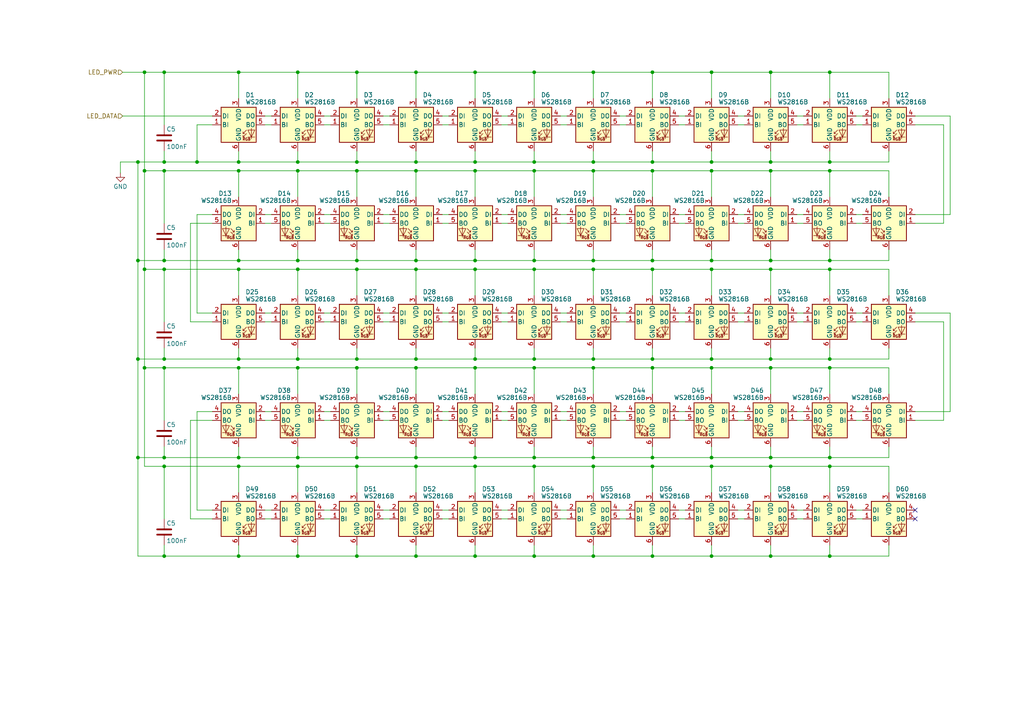
<source format=kicad_sch>
(kicad_sch (version 20230121) (generator eeschema)
  (paper "A4")
  (lib_symbols
    (symbol "Device:C" (pin_numbers hide) (pin_names (offset 0.254))
      (property "Reference" "C" (at 0.635 2.54 0))
      (property "Value" "C" (at 0.635 -2.54 0))
      (symbol "C_0_1"
        (polyline (pts (xy -2.032 -0.762) (xy 2.032 -0.762)) (stroke (width 0.508)))
        (polyline (pts (xy -2.032 0.762) (xy 2.032 0.762)) (stroke (width 0.508)))
      )
      (symbol "C_1_1"
        (pin passive line (at 0 3.81 270) (length 2.794) (name "~") (number "1"))
        (pin passive line (at 0 -3.81 90) (length 2.794) (name "~") (number "2"))
      )
    )
    (symbol "plan44:WS2816" (pin_names (offset 0.254))
      (property "Reference" "D" (at 5.08 5.715 0))
      (property "Value" "WS2816B" (at 1.27 -5.715 0))
      (symbol "WS2816_0_0"
        (text "RGB" (at 2.286 -4.191 0) (effects (font (size 0.762 0.762))))
      )
      (symbol "WS2816_0_1"
        (polyline (pts (xy 1.27 -3.556) (xy 1.778 -3.556)))
        (polyline (pts (xy 1.27 -2.54) (xy 1.778 -2.54)))
        (polyline (pts (xy 4.699 -3.556) (xy 2.667 -3.556)))
        (polyline (pts (xy 2.286 -2.54) (xy 1.27 -3.556) (xy 1.27 -3.048)))
        (polyline (pts (xy 2.286 -1.524) (xy 1.27 -2.54) (xy 1.27 -2.032)))
        (polyline (pts (xy 3.683 -1.016) (xy 3.683 -3.556) (xy 3.683 -4.064)))
        (polyline (pts (xy 4.699 -1.524) (xy 2.667 -1.524) (xy 3.683 -3.556) (xy 4.699 -1.524)))
        (rectangle (start 5.08 5.08) (end -5.08 -5.08) (stroke (width 0.254)) (fill (type background)))
      )
      (symbol "WS2816_1_1"
        (pin input line (at -7.62 0 0) (length 2.54) (name "BI") (number "1"))
        (pin input line (at -7.62 2.54 0) (length 2.54) (name "DI") (number "2"))
        (pin power_in line (at 0 7.62 270) (length 2.54) (name "VDD") (number "3"))
        (pin output line (at 7.62 2.54 180) (length 2.54) (name "DO") (number "4"))
        (pin output line (at 7.62 0 180) (length 2.54) (name "BO") (number "5"))
        (pin power_in line (at 0 -7.62 90) (length 2.54) (name "GND") (number "6"))
      )
    )
    (symbol "power:GND" (power) (pin_names (offset 0))
      (property "Value" "GND" (at 0 -3.81 0))
      (symbol "GND_0_1"
        (polyline (pts (xy 0 0) (xy 0 -1.27) (xy 1.27 -1.27) (xy 0 -2.54) (xy -1.27 -1.27) (xy 0 -1.27)))
      )
      (symbol "GND_1_1"
        (pin power_in line (at 0 0 270) (length 0) hide (name "GND") (number "1"))
      )
    )
  )
  (junction (at 137.795 49.53))
  (junction (at 120.65 132.715))
  (junction (at 154.94 78.105))
  (junction (at 47.625 75.565))
  (junction (at 40.005 46.99))
  (junction (at 189.23 46.99))
  (junction (at 172.085 132.715))
  (junction (at 120.65 78.105))
  (junction (at 86.36 75.565))
  (junction (at 240.665 106.68))
  (junction (at 154.94 49.53))
  (junction (at 240.665 132.715))
  (junction (at 189.23 78.105))
  (junction (at 206.375 161.29))
  (junction (at 240.665 161.29))
  (junction (at 172.085 135.255))
  (junction (at 47.625 161.29))
  (junction (at 47.625 104.14))
  (junction (at 40.005 104.14))
  (junction (at 103.505 161.29))
  (junction (at 206.375 20.955))
  (junction (at 57.15 46.99))
  (junction (at 69.215 78.105))
  (junction (at 69.215 106.68))
  (junction (at 120.65 104.14))
  (junction (at 69.215 104.14))
  (junction (at 47.625 106.68))
  (junction (at 137.795 75.565))
  (junction (at 86.36 135.255))
  (junction (at 86.36 46.99))
  (junction (at 103.505 20.955))
  (junction (at 206.375 132.715))
  (junction (at 172.085 106.68))
  (junction (at 223.52 46.99))
  (junction (at 69.215 132.715))
  (junction (at 41.91 20.955))
  (junction (at 206.375 106.68))
  (junction (at 137.795 106.68))
  (junction (at 206.375 135.255))
  (junction (at 223.52 104.14))
  (junction (at 40.005 75.565))
  (junction (at 103.505 78.105))
  (junction (at 189.23 20.955))
  (junction (at 103.505 135.255))
  (junction (at 206.375 78.105))
  (junction (at 189.23 106.68))
  (junction (at 240.665 46.99))
  (junction (at 103.505 106.68))
  (junction (at 41.91 49.53))
  (junction (at 120.65 161.29))
  (junction (at 120.65 49.53))
  (junction (at 172.085 104.14))
  (junction (at 172.085 78.105))
  (junction (at 103.505 104.14))
  (junction (at 240.665 78.105))
  (junction (at 154.94 75.565))
  (junction (at 172.085 49.53))
  (junction (at 69.215 75.565))
  (junction (at 206.375 104.14))
  (junction (at 172.085 161.29))
  (junction (at 120.65 106.68))
  (junction (at 223.52 78.105))
  (junction (at 154.94 106.68))
  (junction (at 189.23 161.29))
  (junction (at 223.52 106.68))
  (junction (at 69.215 46.99))
  (junction (at 189.23 135.255))
  (junction (at 69.215 135.255))
  (junction (at 189.23 75.565))
  (junction (at 137.795 104.14))
  (junction (at 223.52 20.955))
  (junction (at 120.65 20.955))
  (junction (at 154.94 135.255))
  (junction (at 103.505 75.565))
  (junction (at 137.795 161.29))
  (junction (at 240.665 135.255))
  (junction (at 47.625 46.99))
  (junction (at 120.65 75.565))
  (junction (at 240.665 49.53))
  (junction (at 86.36 104.14))
  (junction (at 137.795 135.255))
  (junction (at 47.625 20.955))
  (junction (at 223.52 132.715))
  (junction (at 172.085 46.99))
  (junction (at 103.505 46.99))
  (junction (at 86.36 78.105))
  (junction (at 206.375 46.99))
  (junction (at 172.085 20.955))
  (junction (at 47.625 132.715))
  (junction (at 41.91 106.68))
  (junction (at 206.375 75.565))
  (junction (at 86.36 49.53))
  (junction (at 189.23 132.715))
  (junction (at 223.52 161.29))
  (junction (at 206.375 49.53))
  (junction (at 137.795 46.99))
  (junction (at 86.36 132.715))
  (junction (at 172.085 75.565))
  (junction (at 154.94 46.99))
  (junction (at 120.65 135.255))
  (junction (at 223.52 75.565))
  (junction (at 41.91 78.105))
  (junction (at 47.625 135.255))
  (junction (at 189.23 49.53))
  (junction (at 223.52 135.255))
  (junction (at 154.94 132.715))
  (junction (at 86.36 20.955))
  (junction (at 137.795 20.955))
  (junction (at 103.505 132.715))
  (junction (at 69.215 161.29))
  (junction (at 137.795 132.715))
  (junction (at 120.65 46.99))
  (junction (at 69.215 49.53))
  (junction (at 154.94 20.955))
  (junction (at 223.52 49.53))
  (junction (at 103.505 49.53))
  (junction (at 240.665 75.565))
  (junction (at 47.625 78.105))
  (junction (at 240.665 20.955))
  (junction (at 86.36 161.29))
  (junction (at 240.665 104.14))
  (junction (at 86.36 106.68))
  (junction (at 47.625 49.53))
  (junction (at 137.795 78.105))
  (junction (at 189.23 104.14))
  (junction (at 154.94 161.29))
  (junction (at 154.94 104.14))
  (junction (at 69.215 20.955))
  (junction (at 40.005 132.715))
  (no_connect (at 265.43 147.955))
  (no_connect (at 265.43 150.495))
  (wire (pts (xy 265.43 33.655) (xy 275.59 33.655)))
  (wire (pts (xy 154.94 20.955) (xy 154.94 28.575)))
  (wire (pts (xy 154.94 46.99) (xy 172.085 46.99)))
  (wire (pts (xy 164.465 119.38) (xy 162.56 119.38)))
  (wire (pts (xy 120.65 132.715) (xy 103.505 132.715)))
  (wire (pts (xy 47.625 49.53) (xy 47.625 64.77)))
  (wire (pts (xy 265.43 36.195) (xy 273.685 36.195)))
  (wire (pts (xy 223.52 46.99) (xy 240.665 46.99)))
  (wire (pts (xy 248.285 64.77) (xy 250.19 64.77)))
  (wire (pts (xy 120.65 75.565) (xy 120.65 72.39)))
  (wire (pts (xy 147.32 150.495) (xy 145.415 150.495)))
  (wire (pts (xy 120.65 161.29) (xy 137.795 161.29)))
  (wire (pts (xy 223.52 104.14) (xy 223.52 100.965)))
  (wire (pts (xy 76.835 121.92) (xy 78.74 121.92)))
  (wire (pts (xy 40.005 46.99) (xy 34.925 46.99)))
  (wire (pts (xy 179.705 147.955) (xy 181.61 147.955)))
  (wire (pts (xy 172.085 75.565) (xy 172.085 72.39)))
  (wire (pts (xy 257.81 49.53) (xy 240.665 49.53)))
  (wire (pts (xy 181.61 119.38) (xy 179.705 119.38)))
  (wire (pts (xy 130.175 150.495) (xy 128.27 150.495)))
  (wire (pts (xy 154.94 161.29) (xy 154.94 158.115)))
  (wire (pts (xy 215.9 62.23) (xy 213.995 62.23)))
  (wire (pts (xy 86.36 161.29) (xy 103.505 161.29)))
  (wire (pts (xy 103.505 161.29) (xy 103.505 158.115)))
  (wire (pts (xy 103.505 135.255) (xy 103.505 142.875)))
  (wire (pts (xy 223.52 75.565) (xy 223.52 72.39)))
  (wire (pts (xy 69.215 106.68) (xy 69.215 114.3)))
  (wire (pts (xy 223.52 78.105) (xy 240.665 78.105)))
  (wire (pts (xy 103.505 78.105) (xy 103.505 85.725)))
  (wire (pts (xy 120.65 161.29) (xy 120.65 158.115)))
  (wire (pts (xy 213.995 121.92) (xy 215.9 121.92)))
  (wire (pts (xy 47.625 104.14) (xy 69.215 104.14)))
  (wire (pts (xy 213.995 90.805) (xy 215.9 90.805)))
  (wire (pts (xy 55.245 150.495) (xy 61.595 150.495)))
  (wire (pts (xy 172.085 20.955) (xy 172.085 28.575)))
  (wire (pts (xy 137.795 135.255) (xy 154.94 135.255)))
  (wire (pts (xy 130.175 62.23) (xy 128.27 62.23)))
  (wire (pts (xy 240.665 104.14) (xy 257.81 104.14)))
  (wire (pts (xy 240.665 132.715) (xy 223.52 132.715)))
  (wire (pts (xy 198.755 93.345) (xy 196.85 93.345)))
  (wire (pts (xy 120.65 46.99) (xy 137.795 46.99)))
  (wire (pts (xy 223.52 161.29) (xy 240.665 161.29)))
  (wire (pts (xy 240.665 75.565) (xy 240.665 72.39)))
  (wire (pts (xy 120.65 46.99) (xy 120.65 43.815)))
  (wire (pts (xy 61.595 62.23) (xy 57.15 62.23)))
  (wire (pts (xy 240.665 132.715) (xy 240.665 129.54)))
  (wire (pts (xy 111.125 64.77) (xy 113.03 64.77)))
  (wire (pts (xy 120.65 20.955) (xy 120.65 28.575)))
  (wire (pts (xy 69.215 46.99) (xy 86.36 46.99)))
  (wire (pts (xy 137.795 132.715) (xy 137.795 129.54)))
  (wire (pts (xy 120.65 106.68) (xy 120.65 114.3)))
  (wire (pts (xy 154.94 135.255) (xy 154.94 142.875)))
  (wire (pts (xy 206.375 20.955) (xy 206.375 28.575)))
  (wire (pts (xy 172.085 46.99) (xy 172.085 43.815)))
  (wire (pts (xy 154.94 75.565) (xy 137.795 75.565)))
  (wire (pts (xy 181.61 62.23) (xy 179.705 62.23)))
  (wire (pts (xy 120.65 135.255) (xy 137.795 135.255)))
  (wire (pts (xy 257.81 49.53) (xy 257.81 57.15)))
  (wire (pts (xy 128.27 64.77) (xy 130.175 64.77)))
  (wire (pts (xy 55.245 121.92) (xy 55.245 150.495)))
  (wire (pts (xy 189.23 75.565) (xy 172.085 75.565)))
  (wire (pts (xy 47.625 78.105) (xy 47.625 93.345)))
  (wire (pts (xy 103.505 161.29) (xy 120.65 161.29)))
  (wire (pts (xy 172.085 132.715) (xy 172.085 129.54)))
  (wire (pts (xy 69.215 49.53) (xy 69.215 57.15)))
  (wire (pts (xy 273.685 36.195) (xy 273.685 64.77)))
  (wire (pts (xy 223.52 20.955) (xy 223.52 28.575)))
  (wire (pts (xy 69.215 135.255) (xy 47.625 135.255)))
  (wire (pts (xy 265.43 93.345) (xy 273.685 93.345)))
  (wire (pts (xy 257.81 46.99) (xy 257.81 43.815)))
  (wire (pts (xy 172.085 135.255) (xy 172.085 142.875)))
  (wire (pts (xy 233.045 93.345) (xy 231.14 93.345)))
  (wire (pts (xy 61.595 36.195) (xy 57.15 36.195)))
  (wire (pts (xy 137.795 161.29) (xy 154.94 161.29)))
  (wire (pts (xy 250.19 62.23) (xy 248.285 62.23)))
  (wire (pts (xy 47.625 20.955) (xy 47.625 36.195)))
  (wire (pts (xy 154.94 49.53) (xy 154.94 57.15)))
  (wire (pts (xy 206.375 75.565) (xy 206.375 72.39)))
  (wire (pts (xy 69.215 78.105) (xy 47.625 78.105)))
  (wire (pts (xy 223.52 132.715) (xy 206.375 132.715)))
  (wire (pts (xy 47.625 20.955) (xy 69.215 20.955)))
  (wire (pts (xy 240.665 106.68) (xy 223.52 106.68)))
  (wire (pts (xy 137.795 106.68) (xy 137.795 114.3)))
  (wire (pts (xy 172.085 49.53) (xy 172.085 57.15)))
  (wire (pts (xy 273.685 64.77) (xy 265.43 64.77)))
  (wire (pts (xy 233.045 62.23) (xy 231.14 62.23)))
  (wire (pts (xy 40.005 132.715) (xy 40.005 161.29)))
  (wire (pts (xy 137.795 78.105) (xy 154.94 78.105)))
  (wire (pts (xy 162.56 64.77) (xy 164.465 64.77)))
  (wire (pts (xy 103.505 78.105) (xy 120.65 78.105)))
  (wire (pts (xy 120.65 78.105) (xy 120.65 85.725)))
  (wire (pts (xy 162.56 121.92) (xy 164.465 121.92)))
  (wire (pts (xy 250.19 36.195) (xy 248.285 36.195)))
  (wire (pts (xy 248.285 33.655) (xy 250.19 33.655)))
  (wire (pts (xy 78.74 36.195) (xy 76.835 36.195)))
  (wire (pts (xy 137.795 132.715) (xy 120.65 132.715)))
  (wire (pts (xy 206.375 106.68) (xy 189.23 106.68)))
  (wire (pts (xy 86.36 75.565) (xy 86.36 72.39)))
  (wire (pts (xy 275.59 119.38) (xy 265.43 119.38)))
  (wire (pts (xy 196.85 121.92) (xy 198.755 121.92)))
  (wire (pts (xy 240.665 20.955) (xy 240.665 28.575)))
  (wire (pts (xy 128.27 33.655) (xy 130.175 33.655)))
  (wire (pts (xy 103.505 132.715) (xy 86.36 132.715)))
  (wire (pts (xy 41.91 20.955) (xy 47.625 20.955)))
  (wire (pts (xy 233.045 119.38) (xy 231.14 119.38)))
  (wire (pts (xy 154.94 161.29) (xy 172.085 161.29)))
  (wire (pts (xy 189.23 161.29) (xy 206.375 161.29)))
  (wire (pts (xy 147.32 93.345) (xy 145.415 93.345)))
  (wire (pts (xy 223.52 106.68) (xy 206.375 106.68)))
  (wire (pts (xy 189.23 78.105) (xy 189.23 85.725)))
  (wire (pts (xy 172.085 78.105) (xy 172.085 85.725)))
  (wire (pts (xy 273.685 121.92) (xy 265.43 121.92)))
  (wire (pts (xy 154.94 75.565) (xy 154.94 72.39)))
  (wire (pts (xy 196.85 147.955) (xy 198.755 147.955)))
  (wire (pts (xy 120.65 78.105) (xy 137.795 78.105)))
  (wire (pts (xy 257.81 106.68) (xy 257.81 114.3)))
  (wire (pts (xy 223.52 104.14) (xy 240.665 104.14)))
  (wire (pts (xy 223.52 78.105) (xy 223.52 85.725)))
  (wire (pts (xy 111.125 147.955) (xy 113.03 147.955)))
  (wire (pts (xy 57.15 119.38) (xy 57.15 147.955)))
  (wire (pts (xy 154.94 106.68) (xy 154.94 114.3)))
  (wire (pts (xy 215.9 93.345) (xy 213.995 93.345)))
  (wire (pts (xy 95.885 93.345) (xy 93.98 93.345)))
  (wire (pts (xy 223.52 106.68) (xy 223.52 114.3)))
  (wire (pts (xy 189.23 49.53) (xy 189.23 57.15)))
  (wire (pts (xy 120.65 132.715) (xy 120.65 129.54)))
  (wire (pts (xy 47.625 100.965) (xy 47.625 104.14)))
  (wire (pts (xy 76.835 90.805) (xy 78.74 90.805)))
  (wire (pts (xy 57.15 46.99) (xy 69.215 46.99)))
  (wire (pts (xy 248.285 147.955) (xy 250.19 147.955)))
  (wire (pts (xy 103.505 104.14) (xy 103.505 100.965)))
  (wire (pts (xy 103.505 20.955) (xy 120.65 20.955)))
  (wire (pts (xy 86.36 46.99) (xy 103.505 46.99)))
  (wire (pts (xy 223.52 135.255) (xy 223.52 142.875)))
  (wire (pts (xy 223.52 49.53) (xy 206.375 49.53)))
  (wire (pts (xy 172.085 20.955) (xy 189.23 20.955)))
  (wire (pts (xy 154.94 104.14) (xy 172.085 104.14)))
  (wire (pts (xy 189.23 75.565) (xy 189.23 72.39)))
  (wire (pts (xy 240.665 104.14) (xy 240.665 100.965)))
  (wire (pts (xy 137.795 75.565) (xy 137.795 72.39)))
  (wire (pts (xy 69.215 161.29) (xy 86.36 161.29)))
  (wire (pts (xy 154.94 135.255) (xy 172.085 135.255)))
  (wire (pts (xy 40.005 132.715) (xy 47.625 132.715)))
  (wire (pts (xy 103.505 20.955) (xy 103.505 28.575)))
  (wire (pts (xy 145.415 33.655) (xy 147.32 33.655)))
  (wire (pts (xy 69.215 135.255) (xy 86.36 135.255)))
  (wire (pts (xy 34.925 46.99) (xy 34.925 50.165)))
  (wire (pts (xy 86.36 78.105) (xy 86.36 85.725)))
  (wire (pts (xy 172.085 75.565) (xy 154.94 75.565)))
  (wire (pts (xy 179.705 121.92) (xy 181.61 121.92)))
  (wire (pts (xy 172.085 104.14) (xy 172.085 100.965)))
  (wire (pts (xy 120.65 49.53) (xy 120.65 57.15)))
  (wire (pts (xy 206.375 75.565) (xy 189.23 75.565)))
  (wire (pts (xy 86.36 49.53) (xy 86.36 57.15)))
  (wire (pts (xy 137.795 46.99) (xy 137.795 43.815)))
  (wire (pts (xy 145.415 147.955) (xy 147.32 147.955)))
  (wire (pts (xy 137.795 49.53) (xy 137.795 57.15)))
  (wire (pts (xy 198.755 62.23) (xy 196.85 62.23)))
  (wire (pts (xy 47.625 132.715) (xy 69.215 132.715)))
  (wire (pts (xy 189.23 20.955) (xy 189.23 28.575)))
  (wire (pts (xy 137.795 46.99) (xy 154.94 46.99)))
  (wire (pts (xy 86.36 75.565) (xy 69.215 75.565)))
  (wire (pts (xy 147.32 119.38) (xy 145.415 119.38)))
  (wire (pts (xy 223.52 46.99) (xy 223.52 43.815)))
  (wire (pts (xy 172.085 161.29) (xy 189.23 161.29)))
  (wire (pts (xy 86.36 106.68) (xy 69.215 106.68)))
  (wire (pts (xy 248.285 121.92) (xy 250.19 121.92)))
  (wire (pts (xy 172.085 106.68) (xy 172.085 114.3)))
  (wire (pts (xy 206.375 132.715) (xy 206.375 129.54)))
  (wire (pts (xy 69.215 161.29) (xy 69.215 158.115)))
  (wire (pts (xy 137.795 78.105) (xy 137.795 85.725)))
  (wire (pts (xy 137.795 106.68) (xy 120.65 106.68)))
  (wire (pts (xy 78.74 62.23) (xy 76.835 62.23)))
  (wire (pts (xy 275.59 33.655) (xy 275.59 62.23)))
  (wire (pts (xy 154.94 20.955) (xy 172.085 20.955)))
  (wire (pts (xy 76.835 33.655) (xy 78.74 33.655)))
  (wire (pts (xy 69.215 135.255) (xy 69.215 142.875)))
  (wire (pts (xy 154.94 78.105) (xy 154.94 85.725)))
  (wire (pts (xy 206.375 78.105) (xy 223.52 78.105)))
  (wire (pts (xy 189.23 135.255) (xy 189.23 142.875)))
  (wire (pts (xy 223.52 161.29) (xy 223.52 158.115)))
  (wire (pts (xy 103.505 132.715) (xy 103.505 129.54)))
  (wire (pts (xy 120.65 49.53) (xy 103.505 49.53)))
  (wire (pts (xy 206.375 135.255) (xy 206.375 142.875)))
  (wire (pts (xy 240.665 20.955) (xy 257.81 20.955)))
  (wire (pts (xy 47.625 72.39) (xy 47.625 75.565)))
  (wire (pts (xy 86.36 104.14) (xy 103.505 104.14)))
  (wire (pts (xy 113.03 36.195) (xy 111.125 36.195)))
  (wire (pts (xy 120.65 104.14) (xy 120.65 100.965)))
  (wire (pts (xy 257.81 78.105) (xy 257.81 85.725)))
  (wire (pts (xy 206.375 135.255) (xy 223.52 135.255)))
  (wire (pts (xy 172.085 161.29) (xy 172.085 158.115)))
  (wire (pts (xy 111.125 33.655) (xy 113.03 33.655)))
  (wire (pts (xy 137.795 75.565) (xy 120.65 75.565)))
  (wire (pts (xy 69.215 104.14) (xy 69.215 100.965)))
  (wire (pts (xy 240.665 46.99) (xy 257.81 46.99)))
  (wire (pts (xy 86.36 135.255) (xy 103.505 135.255)))
  (wire (pts (xy 47.625 43.815) (xy 47.625 46.99)))
  (wire (pts (xy 86.36 135.255) (xy 86.36 142.875)))
  (wire (pts (xy 103.505 49.53) (xy 86.36 49.53)))
  (wire (pts (xy 47.625 129.54) (xy 47.625 132.715)))
  (wire (pts (xy 120.65 75.565) (xy 103.505 75.565)))
  (wire (pts (xy 130.175 36.195) (xy 128.27 36.195)))
  (wire (pts (xy 147.32 62.23) (xy 145.415 62.23)))
  (wire (pts (xy 76.835 64.77) (xy 78.74 64.77)))
  (wire (pts (xy 57.15 46.99) (xy 47.625 46.99)))
  (wire (pts (xy 172.085 135.255) (xy 189.23 135.255)))
  (wire (pts (xy 47.625 75.565) (xy 69.215 75.565)))
  (wire (pts (xy 86.36 104.14) (xy 86.36 100.965)))
  (wire (pts (xy 111.125 90.805) (xy 113.03 90.805)))
  (wire (pts (xy 137.795 49.53) (xy 120.65 49.53)))
  (wire (pts (xy 86.36 20.955) (xy 103.505 20.955)))
  (wire (pts (xy 40.005 75.565) (xy 47.625 75.565)))
  (wire (pts (xy 69.215 49.53) (xy 47.625 49.53)))
  (wire (pts (xy 154.94 104.14) (xy 154.94 100.965)))
  (wire (pts (xy 206.375 104.14) (xy 206.375 100.965)))
  (wire (pts (xy 93.98 121.92) (xy 95.885 121.92)))
  (wire (pts (xy 250.19 150.495) (xy 248.285 150.495)))
  (wire (pts (xy 86.36 132.715) (xy 86.36 129.54)))
  (wire (pts (xy 103.505 135.255) (xy 120.65 135.255)))
  (wire (pts (xy 137.795 161.29) (xy 137.795 158.115)))
  (wire (pts (xy 257.81 132.715) (xy 257.81 129.54)))
  (wire (pts (xy 40.005 46.99) (xy 40.005 75.565)))
  (wire (pts (xy 275.59 62.23) (xy 265.43 62.23)))
  (wire (pts (xy 93.98 147.955) (xy 95.885 147.955)))
  (wire (pts (xy 213.995 64.77) (xy 215.9 64.77)))
  (wire (pts (xy 103.505 75.565) (xy 86.36 75.565)))
  (wire (pts (xy 103.505 46.99) (xy 103.505 43.815)))
  (wire (pts (xy 223.52 20.955) (xy 240.665 20.955)))
  (wire (pts (xy 120.65 135.255) (xy 120.65 142.875)))
  (wire (pts (xy 86.36 46.99) (xy 86.36 43.815)))
  (wire (pts (xy 47.625 158.115) (xy 47.625 161.29)))
  (wire (pts (xy 240.665 75.565) (xy 223.52 75.565)))
  (wire (pts (xy 47.625 46.99) (xy 40.005 46.99)))
  (wire (pts (xy 181.61 36.195) (xy 179.705 36.195)))
  (wire (pts (xy 250.19 119.38) (xy 248.285 119.38)))
  (wire (pts (xy 95.885 119.38) (xy 93.98 119.38)))
  (wire (pts (xy 240.665 161.29) (xy 257.81 161.29)))
  (wire (pts (xy 103.505 46.99) (xy 120.65 46.99)))
  (wire (pts (xy 172.085 106.68) (xy 154.94 106.68)))
  (wire (pts (xy 223.52 49.53) (xy 223.52 57.15)))
  (wire (pts (xy 257.81 106.68) (xy 240.665 106.68)))
  (wire (pts (xy 172.085 46.99) (xy 189.23 46.99)))
  (wire (pts (xy 257.81 161.29) (xy 257.81 158.115)))
  (wire (pts (xy 231.14 90.805) (xy 233.045 90.805)))
  (wire (pts (xy 240.665 135.255) (xy 240.665 142.875)))
  (wire (pts (xy 137.795 20.955) (xy 137.795 28.575)))
  (wire (pts (xy 265.43 90.805) (xy 275.59 90.805)))
  (wire (pts (xy 206.375 104.14) (xy 223.52 104.14)))
  (wire (pts (xy 273.685 93.345) (xy 273.685 121.92)))
  (wire (pts (xy 172.085 49.53) (xy 154.94 49.53)))
  (wire (pts (xy 111.125 121.92) (xy 113.03 121.92)))
  (wire (pts (xy 223.52 135.255) (xy 240.665 135.255)))
  (wire (pts (xy 164.465 150.495) (xy 162.56 150.495)))
  (wire (pts (xy 189.23 106.68) (xy 172.085 106.68)))
  (wire (pts (xy 35.56 33.655) (xy 61.595 33.655)))
  (wire (pts (xy 172.085 78.105) (xy 189.23 78.105)))
  (wire (pts (xy 78.74 119.38) (xy 76.835 119.38)))
  (wire (pts (xy 257.81 104.14) (xy 257.81 100.965)))
  (wire (pts (xy 223.52 75.565) (xy 206.375 75.565)))
  (wire (pts (xy 215.9 150.495) (xy 213.995 150.495)))
  (wire (pts (xy 257.81 135.255) (xy 257.81 142.875)))
  (wire (pts (xy 41.91 78.105) (xy 47.625 78.105)))
  (wire (pts (xy 248.285 90.805) (xy 250.19 90.805)))
  (wire (pts (xy 41.91 106.68) (xy 41.91 135.255)))
  (wire (pts (xy 57.15 90.805) (xy 61.595 90.805)))
  (wire (pts (xy 231.14 147.955) (xy 233.045 147.955)))
  (wire (pts (xy 206.375 78.105) (xy 206.375 85.725)))
  (wire (pts (xy 257.81 132.715) (xy 240.665 132.715)))
  (wire (pts (xy 206.375 49.53) (xy 189.23 49.53)))
  (wire (pts (xy 41.91 49.53) (xy 41.91 78.105)))
  (wire (pts (xy 86.36 78.105) (xy 103.505 78.105)))
  (wire (pts (xy 137.795 104.14) (xy 137.795 100.965)))
  (wire (pts (xy 231.14 121.92) (xy 233.045 121.92)))
  (wire (pts (xy 128.27 121.92) (xy 130.175 121.92)))
  (wire (pts (xy 198.755 119.38) (xy 196.85 119.38)))
  (wire (pts (xy 69.215 46.99) (xy 69.215 43.815)))
  (wire (pts (xy 189.23 46.99) (xy 206.375 46.99)))
  (wire (pts (xy 61.595 121.92) (xy 55.245 121.92)))
  (wire (pts (xy 189.23 132.715) (xy 172.085 132.715)))
  (wire (pts (xy 120.65 104.14) (xy 137.795 104.14)))
  (wire (pts (xy 69.215 132.715) (xy 69.215 129.54)))
  (wire (pts (xy 189.23 49.53) (xy 172.085 49.53)))
  (wire (pts (xy 257.81 75.565) (xy 257.81 72.39)))
  (wire (pts (xy 257.81 20.955) (xy 257.81 28.575)))
  (wire (pts (xy 172.085 104.14) (xy 189.23 104.14)))
  (wire (pts (xy 213.995 33.655) (xy 215.9 33.655)))
  (wire (pts (xy 231.14 64.77) (xy 233.045 64.77)))
  (wire (pts (xy 145.415 90.805) (xy 147.32 90.805)))
  (wire (pts (xy 76.835 147.955) (xy 78.74 147.955)))
  (wire (pts (xy 213.995 147.955) (xy 215.9 147.955)))
  (wire (pts (xy 250.19 93.345) (xy 248.285 93.345)))
  (wire (pts (xy 206.375 20.955) (xy 223.52 20.955)))
  (wire (pts (xy 120.65 106.68) (xy 103.505 106.68)))
  (wire (pts (xy 55.245 64.77) (xy 55.245 93.345)))
  (wire (pts (xy 240.665 46.99) (xy 240.665 43.815)))
  (wire (pts (xy 145.415 64.77) (xy 147.32 64.77)))
  (wire (pts (xy 128.27 147.955) (xy 130.175 147.955)))
  (wire (pts (xy 223.52 132.715) (xy 223.52 129.54)))
  (wire (pts (xy 61.595 64.77) (xy 55.245 64.77)))
  (wire (pts (xy 69.215 20.955) (xy 86.36 20.955)))
  (wire (pts (xy 130.175 93.345) (xy 128.27 93.345)))
  (wire (pts (xy 95.885 36.195) (xy 93.98 36.195)))
  (wire (pts (xy 113.03 119.38) (xy 111.125 119.38)))
  (wire (pts (xy 179.705 33.655) (xy 181.61 33.655)))
  (wire (pts (xy 113.03 62.23) (xy 111.125 62.23)))
  (wire (pts (xy 145.415 121.92) (xy 147.32 121.92)))
  (wire (pts (xy 113.03 93.345) (xy 111.125 93.345)))
  (wire (pts (xy 137.795 135.255) (xy 137.795 142.875)))
  (wire (pts (xy 120.65 20.955) (xy 137.795 20.955)))
  (wire (pts (xy 172.085 132.715) (xy 154.94 132.715)))
  (wire (pts (xy 275.59 90.805) (xy 275.59 119.38)))
  (wire (pts (xy 215.9 36.195) (xy 213.995 36.195)))
  (wire (pts (xy 189.23 46.99) (xy 189.23 43.815)))
  (wire (pts (xy 93.98 90.805) (xy 95.885 90.805)))
  (wire (pts (xy 41.91 135.255) (xy 47.625 135.255)))
  (wire (pts (xy 206.375 132.715) (xy 189.23 132.715)))
  (wire (pts (xy 179.705 90.805) (xy 181.61 90.805)))
  (wire (pts (xy 162.56 147.955) (xy 164.465 147.955)))
  (wire (pts (xy 86.36 20.955) (xy 86.36 28.575)))
  (wire (pts (xy 103.505 104.14) (xy 120.65 104.14)))
  (wire (pts (xy 206.375 106.68) (xy 206.375 114.3)))
  (wire (pts (xy 86.36 106.68) (xy 86.36 114.3)))
  (wire (pts (xy 69.215 104.14) (xy 86.36 104.14)))
  (wire (pts (xy 86.36 49.53) (xy 69.215 49.53)))
  (wire (pts (xy 57.15 62.23) (xy 57.15 90.805)))
  (wire (pts (xy 233.045 36.195) (xy 231.14 36.195)))
  (wire (pts (xy 78.74 150.495) (xy 76.835 150.495)))
  (wire (pts (xy 103.505 49.53) (xy 103.505 57.15)))
  (wire (pts (xy 47.625 161.29) (xy 69.215 161.29)))
  (wire (pts (xy 95.885 150.495) (xy 93.98 150.495)))
  (wire (pts (xy 137.795 104.14) (xy 154.94 104.14)))
  (wire (pts (xy 93.98 33.655) (xy 95.885 33.655)))
  (wire (pts (xy 69.215 78.105) (xy 69.215 85.725)))
  (wire (pts (xy 69.215 106.68) (xy 47.625 106.68)))
  (wire (pts (xy 189.23 135.255) (xy 206.375 135.255)))
  (wire (pts (xy 198.755 36.195) (xy 196.85 36.195)))
  (wire (pts (xy 41.91 49.53) (xy 47.625 49.53)))
  (wire (pts (xy 95.885 62.23) (xy 93.98 62.23)))
  (wire (pts (xy 231.14 33.655) (xy 233.045 33.655)))
  (wire (pts (xy 103.505 106.68) (xy 86.36 106.68)))
  (wire (pts (xy 164.465 62.23) (xy 162.56 62.23)))
  (wire (pts (xy 189.23 78.105) (xy 206.375 78.105)))
  (wire (pts (xy 103.505 75.565) (xy 103.505 72.39)))
  (wire (pts (xy 189.23 132.715) (xy 189.23 129.54)))
  (wire (pts (xy 154.94 49.53) (xy 137.795 49.53)))
  (wire (pts (xy 189.23 104.14) (xy 189.23 100.965)))
  (wire (pts (xy 240.665 135.255) (xy 257.81 135.255)))
  (wire (pts (xy 154.94 132.715) (xy 154.94 129.54)))
  (wire (pts (xy 162.56 33.655) (xy 164.465 33.655)))
  (wire (pts (xy 240.665 49.53) (xy 223.52 49.53)))
  (wire (pts (xy 240.665 161.29) (xy 240.665 158.115)))
  (wire (pts (xy 69.215 75.565) (xy 69.215 72.39)))
  (wire (pts (xy 57.15 36.195) (xy 57.15 46.99)))
  (wire (pts (xy 47.625 135.255) (xy 47.625 150.495)))
  (wire (pts (xy 86.36 132.715) (xy 69.215 132.715)))
  (wire (pts (xy 78.74 93.345) (xy 76.835 93.345)))
  (wire (pts (xy 206.375 161.29) (xy 223.52 161.29)))
  (wire (pts (xy 40.005 75.565) (xy 40.005 104.14)))
  (wire (pts (xy 181.61 150.495) (xy 179.705 150.495)))
  (wire (pts (xy 130.175 119.38) (xy 128.27 119.38)))
  (wire (pts (xy 196.85 64.77) (xy 198.755 64.77)))
  (wire (pts (xy 189.23 161.29) (xy 189.23 158.115)))
  (wire (pts (xy 41.91 78.105) (xy 41.91 106.68)))
  (wire (pts (xy 128.27 90.805) (xy 130.175 90.805)))
  (wire (pts (xy 40.005 161.29) (xy 47.625 161.29)))
  (wire (pts (xy 240.665 78.105) (xy 257.81 78.105)))
  (wire (pts (xy 57.15 147.955) (xy 61.595 147.955)))
  (wire (pts (xy 233.045 150.495) (xy 231.14 150.495)))
  (wire (pts (xy 162.56 90.805) (xy 164.465 90.805)))
  (wire (pts (xy 206.375 46.99) (xy 206.375 43.815)))
  (wire (pts (xy 69.215 20.955) (xy 69.215 28.575)))
  (wire (pts (xy 61.595 119.38) (xy 57.15 119.38)))
  (wire (pts (xy 240.665 78.105) (xy 240.665 85.725)))
  (wire (pts (xy 137.795 20.955) (xy 154.94 20.955)))
  (wire (pts (xy 86.36 161.29) (xy 86.36 158.115)))
  (wire (pts (xy 164.465 93.345) (xy 162.56 93.345)))
  (wire (pts (xy 154.94 46.99) (xy 154.94 43.815)))
  (wire (pts (xy 40.005 104.14) (xy 47.625 104.14)))
  (wire (pts (xy 189.23 106.68) (xy 189.23 114.3)))
  (wire (pts (xy 164.465 36.195) (xy 162.56 36.195)))
  (wire (pts (xy 103.505 106.68) (xy 103.505 114.3)))
  (wire (pts (xy 189.23 20.955) (xy 206.375 20.955)))
  (wire (pts (xy 206.375 46.99) (xy 223.52 46.99)))
  (wire (pts (xy 55.245 93.345) (xy 61.595 93.345)))
  (wire (pts (xy 40.005 104.14) (xy 40.005 132.715)))
  (wire (pts (xy 93.98 64.77) (xy 95.885 64.77)))
  (wire (pts (xy 179.705 64.77) (xy 181.61 64.77)))
  (wire (pts (xy 215.9 119.38) (xy 213.995 119.38)))
  (wire (pts (xy 147.32 36.195) (xy 145.415 36.195)))
  (wire (pts (xy 154.94 78.105) (xy 172.085 78.105)))
  (wire (pts (xy 113.03 150.495) (xy 111.125 150.495)))
  (wire (pts (xy 206.375 49.53) (xy 206.375 57.15)))
  (wire (pts (xy 198.755 150.495) (xy 196.85 150.495)))
  (wire (pts (xy 154.94 106.68) (xy 137.795 106.68)))
  (wire (pts (xy 181.61 93.345) (xy 179.705 93.345)))
  (wire (pts (xy 47.625 106.68) (xy 47.625 121.92)))
  (wire (pts (xy 69.215 78.105) (xy 86.36 78.105)))
  (wire (pts (xy 240.665 49.53) (xy 240.665 57.15)))
  (wire (pts (xy 35.56 20.955) (xy 41.91 20.955)))
  (wire (pts (xy 196.85 90.805) (xy 198.755 90.805)))
  (wire (pts (xy 196.85 33.655) (xy 198.755 33.655)))
  (wire (pts (xy 257.81 75.565) (xy 240.665 75.565)))
  (wire (pts (xy 206.375 161.29) (xy 206.375 158.115)))
  (wire (pts (xy 189.23 104.14) (xy 206.375 104.14)))
  (wire (pts (xy 41.91 20.955) (xy 41.91 49.53)))
  (wire (pts (xy 41.91 106.68) (xy 47.625 106.68)))
  (wire (pts (xy 240.665 106.68) (xy 240.665 114.3)))
  (wire (pts (xy 154.94 132.715) (xy 137.795 132.715)))
  (hierarchical_label "LED_DATA" (shape input) (at 35.56 33.655 180))
  (hierarchical_label "LED_PWR" (shape input) (at 35.56 20.955 180))
  (symbol (lib_id "Device:C") (at 47.625 40.005 0) (unit 1)
    (property "Reference" "C5" (at 48.26 37.465 0) (effects (justify left)))
    (property "Value" "100nF" (at 48.26 42.545 0) (effects (justify left)))
    (property "Footprint" "Capacitor_SMD:C_1206_3216Metric" (effects hide))
    (property "SKU" "300-86-868" (effects hide))
    (property "Vendor" "distrelec.ch" (effects hide))
    (instances (project "p44mini_lx" (path "" (reference "C5") (unit 1)) (path "" (reference "C12") (unit 1))))
  )
  (symbol (lib_id "plan44:WS2816") (at 86.36 93.345 0) (unit 1)
    (property "Reference" "D26" (at 88.3159 84.685 0) (effects (justify left)))
    (property "Value" "WS2816B" (at 88.3159 86.733 0) (effects (justify left)))
    (property "Footprint" "plan44:WS2816B-2020" (effects hide))
  )
  (symbol (lib_id "plan44:WS2816") (at 103.505 150.495 0) (unit 1)
    (property "Reference" "D51" (at 105.4609 141.835 0) (effects (justify left)))
    (property "Value" "WS2816B" (at 105.4609 143.883 0) (effects (justify left)))
    (property "Footprint" "plan44:WS2816B-2020" (effects hide))
  )
  (symbol (lib_id "plan44:WS2816") (at 172.085 150.495 0) (unit 1)
    (property "Reference" "D55" (at 174.0409 141.835 0) (effects (justify left)))
    (property "Value" "WS2816B" (at 174.0409 143.883 0) (effects (justify left)))
    (property "Footprint" "plan44:WS2816B-2020" (effects hide))
  )
  (symbol (lib_id "plan44:WS2816") (at 223.52 36.195 0) (unit 1)
    (property "Reference" "D10" (at 225.4759 27.535 0) (effects (justify left)))
    (property "Value" "WS2816B" (at 225.4759 29.583 0) (effects (justify left)))
    (property "Footprint" "plan44:WS2816B-2020" (effects hide))
  )
  (symbol (lib_id "plan44:WS2816") (at 103.505 121.92 0) (mirror y) (unit 1)
    (property "Reference" "D39" (at 101.5491 113.26 0) (effects (justify left)))
    (property "Value" "WS2816B" (at 101.5491 115.308 0) (effects (justify left)))
    (property "Footprint" "plan44:WS2816B-2020" (effects hide))
  )
  (symbol (lib_id "plan44:WS2816") (at 223.52 64.77 0) (mirror y) (unit 1)
    (property "Reference" "D22" (at 221.5641 56.11 0) (effects (justify left)))
    (property "Value" "WS2816B" (at 221.5641 58.158 0) (effects (justify left)))
    (property "Footprint" "plan44:WS2816B-2020" (effects hide))
  )
  (symbol (lib_id "plan44:WS2816") (at 223.52 150.495 0) (unit 1)
    (property "Reference" "D58" (at 225.4759 141.835 0) (effects (justify left)))
    (property "Value" "WS2816B" (at 225.4759 143.883 0) (effects (justify left)))
    (property "Footprint" "plan44:WS2816B-2020" (effects hide))
  )
  (symbol (lib_id "plan44:WS2816") (at 257.81 150.495 0) (unit 1)
    (property "Reference" "D60" (at 259.7659 141.835 0) (effects (justify left)))
    (property "Value" "WS2816B" (at 259.7659 143.883 0) (effects (justify left)))
    (property "Footprint" "plan44:WS2816B-2020" (effects hide))
  )
  (symbol (lib_id "plan44:WS2816") (at 206.375 150.495 0) (unit 1)
    (property "Reference" "D57" (at 208.3309 141.835 0) (effects (justify left)))
    (property "Value" "WS2816B" (at 208.3309 143.883 0) (effects (justify left)))
    (property "Footprint" "plan44:WS2816B-2020" (effects hide))
  )
  (symbol (lib_id "plan44:WS2816") (at 69.215 36.195 0) (unit 1)
    (property "Reference" "D1" (at 71.1709 27.535 0) (effects (justify left)))
    (property "Value" "WS2816B" (at 71.1709 29.583 0) (effects (justify left)))
    (property "Footprint" "plan44:WS2816B-2020" (effects hide))
  )
  (symbol (lib_id "plan44:WS2816") (at 223.52 121.92 0) (mirror y) (unit 1)
    (property "Reference" "D46" (at 221.5641 113.26 0) (effects (justify left)))
    (property "Value" "WS2816B" (at 221.5641 115.308 0) (effects (justify left)))
    (property "Footprint" "plan44:WS2816B-2020" (effects hide))
  )
  (symbol (lib_id "plan44:WS2816") (at 189.23 150.495 0) (unit 1)
    (property "Reference" "D56" (at 191.1859 141.835 0) (effects (justify left)))
    (property "Value" "WS2816B" (at 191.1859 143.883 0) (effects (justify left)))
    (property "Footprint" "plan44:WS2816B-2020" (effects hide))
  )
  (symbol (lib_id "plan44:WS2816") (at 189.23 36.195 0) (unit 1)
    (property "Reference" "D8" (at 191.1859 27.535 0) (effects (justify left)))
    (property "Value" "WS2816B" (at 191.1859 29.583 0) (effects (justify left)))
    (property "Footprint" "plan44:WS2816B-2020" (effects hide))
  )
  (symbol (lib_id "plan44:WS2816") (at 240.665 64.77 0) (mirror y) (unit 1)
    (property "Reference" "D23" (at 238.7091 56.11 0) (effects (justify left)))
    (property "Value" "WS2816B" (at 238.7091 58.158 0) (effects (justify left)))
    (property "Footprint" "plan44:WS2816B-2020" (effects hide))
  )
  (symbol (lib_id "Device:C") (at 47.625 154.305 0) (unit 1)
    (property "Reference" "C5" (at 48.26 151.765 0) (effects (justify left)))
    (property "Value" "100nF" (at 48.26 156.845 0) (effects (justify left)))
    (property "Footprint" "Capacitor_SMD:C_1206_3216Metric" (effects hide))
    (property "SKU" "300-86-868" (effects hide))
    (property "Vendor" "distrelec.ch" (effects hide))
    (instances (project "p44mini_lx" (path "" (reference "C5") (unit 1)) (path "" (reference "C20") (unit 1))))
  )
  (symbol (lib_id "plan44:WS2816") (at 137.795 121.92 0) (mirror y) (unit 1)
    (property "Reference" "D41" (at 135.8391 113.26 0) (effects (justify left)))
    (property "Value" "WS2816B" (at 135.8391 115.308 0) (effects (justify left)))
    (property "Footprint" "plan44:WS2816B-2020" (effects hide))
  )
  (symbol (lib_id "plan44:WS2816") (at 189.23 121.92 0) (mirror y) (unit 1)
    (property "Reference" "D44" (at 187.2741 113.26 0) (effects (justify left)))
    (property "Value" "WS2816B" (at 187.2741 115.308 0) (effects (justify left)))
    (property "Footprint" "plan44:WS2816B-2020" (effects hide))
  )
  (symbol (lib_id "plan44:WS2816") (at 257.81 64.77 0) (mirror y) (unit 1)
    (property "Reference" "D24" (at 255.8541 56.11 0) (effects (justify left)))
    (property "Value" "WS2816B" (at 255.8541 58.158 0) (effects (justify left)))
    (property "Footprint" "plan44:WS2816B-2020" (effects hide))
  )
  (symbol (lib_id "plan44:WS2816") (at 120.65 150.495 0) (unit 1)
    (property "Reference" "D52" (at 122.6059 141.835 0) (effects (justify left)))
    (property "Value" "WS2816B" (at 122.6059 143.883 0) (effects (justify left)))
    (property "Footprint" "plan44:WS2816B-2020" (effects hide))
  )
  (symbol (lib_id "plan44:WS2816") (at 86.36 121.92 0) (mirror y) (unit 1)
    (property "Reference" "D38" (at 84.4041 113.26 0) (effects (justify left)))
    (property "Value" "WS2816B" (at 84.4041 115.308 0) (effects (justify left)))
    (property "Footprint" "plan44:WS2816B-2020" (effects hide))
  )
  (symbol (lib_id "plan44:WS2816") (at 172.085 64.77 0) (mirror y) (unit 1)
    (property "Reference" "D19" (at 170.1291 56.11 0) (effects (justify left)))
    (property "Value" "WS2816B" (at 170.1291 58.158 0) (effects (justify left)))
    (property "Footprint" "plan44:WS2816B-2020" (effects hide))
  )
  (symbol (lib_id "Device:C") (at 47.625 125.73 0) (unit 1)
    (property "Reference" "C5" (at 48.26 123.19 0) (effects (justify left)))
    (property "Value" "100nF" (at 48.26 128.27 0) (effects (justify left)))
    (property "Footprint" "Capacitor_SMD:C_1206_3216Metric" (effects hide))
    (property "SKU" "300-86-868" (effects hide))
    (property "Vendor" "distrelec.ch" (effects hide))
    (instances (project "p44mini_lx" (path "" (reference "C5") (unit 1)) (path "" (reference "C19") (unit 1))))
  )
  (symbol (lib_id "plan44:WS2816") (at 103.505 93.345 0) (unit 1)
    (property "Reference" "D27" (at 105.4609 84.685 0) (effects (justify left)))
    (property "Value" "WS2816B" (at 105.4609 86.733 0) (effects (justify left)))
    (property "Footprint" "plan44:WS2816B-2020" (effects hide))
  )
  (symbol (lib_id "plan44:WS2816") (at 257.81 93.345 0) (unit 1)
    (property "Reference" "D36" (at 259.7659 84.685 0) (effects (justify left)))
    (property "Value" "WS2816B" (at 259.7659 86.733 0) (effects (justify left)))
    (property "Footprint" "plan44:WS2816B-2020" (effects hide))
  )
  (symbol (lib_id "plan44:WS2816") (at 223.52 93.345 0) (unit 1)
    (property "Reference" "D34" (at 225.4759 84.685 0) (effects (justify left)))
    (property "Value" "WS2816B" (at 225.4759 86.733 0) (effects (justify left)))
    (property "Footprint" "plan44:WS2816B-2020" (effects hide))
  )
  (symbol (lib_id "plan44:WS2816") (at 240.665 150.495 0) (unit 1)
    (property "Reference" "D59" (at 242.6209 141.835 0) (effects (justify left)))
    (property "Value" "WS2816B" (at 242.6209 143.883 0) (effects (justify left)))
    (property "Footprint" "plan44:WS2816B-2020" (effects hide))
  )
  (symbol (lib_id "plan44:WS2816") (at 240.665 36.195 0) (unit 1)
    (property "Reference" "D11" (at 242.6209 27.535 0) (effects (justify left)))
    (property "Value" "WS2816B" (at 242.6209 29.583 0) (effects (justify left)))
    (property "Footprint" "plan44:WS2816B-2020" (effects hide))
  )
  (symbol (lib_id "plan44:WS2816") (at 69.215 64.77 0) (mirror y) (unit 1)
    (property "Reference" "D13" (at 67.2591 56.11 0) (effects (justify left)))
    (property "Value" "WS2816B" (at 67.2591 58.158 0) (effects (justify left)))
    (property "Footprint" "plan44:WS2816B-2020" (effects hide))
  )
  (symbol (lib_id "plan44:WS2816") (at 137.795 150.495 0) (unit 1)
    (property "Reference" "D53" (at 139.7509 141.835 0) (effects (justify left)))
    (property "Value" "WS2816B" (at 139.7509 143.883 0) (effects (justify left)))
    (property "Footprint" "plan44:WS2816B-2020" (effects hide))
  )
  (symbol (lib_id "plan44:WS2816") (at 103.505 64.77 0) (mirror y) (unit 1)
    (property "Reference" "D15" (at 101.5491 56.11 0) (effects (justify left)))
    (property "Value" "WS2816B" (at 101.5491 58.158 0) (effects (justify left)))
    (property "Footprint" "plan44:WS2816B-2020" (effects hide))
  )
  (symbol (lib_id "plan44:WS2816") (at 172.085 93.345 0) (unit 1)
    (property "Reference" "D31" (at 174.0409 84.685 0) (effects (justify left)))
    (property "Value" "WS2816B" (at 174.0409 86.733 0) (effects (justify left)))
    (property "Footprint" "plan44:WS2816B-2020" (effects hide))
  )
  (symbol (lib_id "plan44:WS2816") (at 69.215 93.345 0) (unit 1)
    (property "Reference" "D25" (at 71.1709 84.685 0) (effects (justify left)))
    (property "Value" "WS2816B" (at 71.1709 86.733 0) (effects (justify left)))
    (property "Footprint" "plan44:WS2816B-2020" (effects hide))
  )
  (symbol (lib_id "plan44:WS2816") (at 154.94 36.195 0) (unit 1)
    (property "Reference" "D6" (at 156.8959 27.535 0) (effects (justify left)))
    (property "Value" "WS2816B" (at 156.8959 29.583 0) (effects (justify left)))
    (property "Footprint" "plan44:WS2816B-2020" (effects hide))
  )
  (symbol (lib_id "plan44:WS2816") (at 137.795 93.345 0) (unit 1)
    (property "Reference" "D29" (at 139.7509 84.685 0) (effects (justify left)))
    (property "Value" "WS2816B" (at 139.7509 86.733 0) (effects (justify left)))
    (property "Footprint" "plan44:WS2816B-2020" (effects hide))
  )
  (symbol (lib_id "plan44:WS2816") (at 172.085 121.92 0) (mirror y) (unit 1)
    (property "Reference" "D43" (at 170.1291 113.26 0) (effects (justify left)))
    (property "Value" "WS2816B" (at 170.1291 115.308 0) (effects (justify left)))
    (property "Footprint" "plan44:WS2816B-2020" (effects hide))
  )
  (symbol (lib_id "plan44:WS2816") (at 154.94 64.77 0) (mirror y) (unit 1)
    (property "Reference" "D18" (at 152.9841 56.11 0) (effects (justify left)))
    (property "Value" "WS2816B" (at 152.9841 58.158 0) (effects (justify left)))
    (property "Footprint" "plan44:WS2816B-2020" (effects hide))
  )
  (symbol (lib_id "plan44:WS2816") (at 189.23 64.77 0) (mirror y) (unit 1)
    (property "Reference" "D20" (at 187.2741 56.11 0) (effects (justify left)))
    (property "Value" "WS2816B" (at 187.2741 58.158 0) (effects (justify left)))
    (property "Footprint" "plan44:WS2816B-2020" (effects hide))
  )
  (symbol (lib_id "plan44:WS2816") (at 189.23 93.345 0) (unit 1)
    (property "Reference" "D32" (at 191.1859 84.685 0) (effects (justify left)))
    (property "Value" "WS2816B" (at 191.1859 86.733 0) (effects (justify left)))
    (property "Footprint" "plan44:WS2816B-2020" (effects hide))
  )
  (symbol (lib_id "plan44:WS2816") (at 103.505 36.195 0) (unit 1)
    (property "Reference" "D3" (at 105.4609 27.535 0) (effects (justify left)))
    (property "Value" "WS2816B" (at 105.4609 29.583 0) (effects (justify left)))
    (property "Footprint" "plan44:WS2816B-2020" (effects hide))
  )
  (symbol (lib_id "plan44:WS2816") (at 86.36 36.195 0) (unit 1)
    (property "Reference" "D2" (at 88.3159 27.535 0) (effects (justify left)))
    (property "Value" "WS2816B" (at 88.3159 29.583 0) (effects (justify left)))
    (property "Footprint" "plan44:WS2816B-2020" (effects hide))
  )
  (symbol (lib_id "plan44:WS2816") (at 86.36 64.77 0) (mirror y) (unit 1)
    (property "Reference" "D14" (at 84.4041 56.11 0) (effects (justify left)))
    (property "Value" "WS2816B" (at 84.4041 58.158 0) (effects (justify left)))
    (property "Footprint" "plan44:WS2816B-2020" (effects hide))
  )
  (symbol (lib_id "plan44:WS2816") (at 240.665 121.92 0) (mirror y) (unit 1)
    (property "Reference" "D47" (at 238.7091 113.26 0) (effects (justify left)))
    (property "Value" "WS2816B" (at 238.7091 115.308 0) (effects (justify left)))
    (property "Footprint" "plan44:WS2816B-2020" (effects hide))
  )
  (symbol (lib_id "plan44:WS2816") (at 154.94 150.495 0) (unit 1)
    (property "Reference" "D54" (at 156.8959 141.835 0) (effects (justify left)))
    (property "Value" "WS2816B" (at 156.8959 143.883 0) (effects (justify left)))
    (property "Footprint" "plan44:WS2816B-2020" (effects hide))
  )
  (symbol (lib_id "plan44:WS2816") (at 137.795 64.77 0) (mirror y) (unit 1)
    (property "Reference" "D17" (at 135.8391 56.11 0) (effects (justify left)))
    (property "Value" "WS2816B" (at 135.8391 58.158 0) (effects (justify left)))
    (property "Footprint" "plan44:WS2816B-2020" (effects hide))
  )
  (symbol (lib_id "plan44:WS2816") (at 154.94 121.92 0) (mirror y) (unit 1)
    (property "Reference" "D42" (at 152.9841 113.26 0) (effects (justify left)))
    (property "Value" "WS2816B" (at 152.9841 115.308 0) (effects (justify left)))
    (property "Footprint" "plan44:WS2816B-2020" (effects hide))
  )
  (symbol (lib_id "plan44:WS2816") (at 206.375 64.77 0) (mirror y) (unit 1)
    (property "Reference" "D21" (at 204.4191 56.11 0) (effects (justify left)))
    (property "Value" "WS2816B" (at 204.4191 58.158 0) (effects (justify left)))
    (property "Footprint" "plan44:WS2816B-2020" (effects hide))
  )
  (symbol (lib_id "Device:C") (at 47.625 97.155 0) (unit 1)
    (property "Reference" "C5" (at 48.26 94.615 0) (effects (justify left)))
    (property "Value" "100nF" (at 48.26 99.695 0) (effects (justify left)))
    (property "Footprint" "Capacitor_SMD:C_1206_3216Metric" (effects hide))
    (property "SKU" "300-86-868" (effects hide))
    (property "Vendor" "distrelec.ch" (effects hide))
    (instances (project "p44mini_lx" (path "" (reference "C5") (unit 1)) (path "" (reference "C18") (unit 1))))
  )
  (symbol (lib_id "plan44:WS2816") (at 69.215 150.495 0) (unit 1)
    (property "Reference" "D49" (at 71.1709 141.835 0) (effects (justify left)))
    (property "Value" "WS2816B" (at 71.1709 143.883 0) (effects (justify left)))
    (property "Footprint" "plan44:WS2816B-2020" (effects hide))
  )
  (symbol (lib_id "plan44:WS2816") (at 69.215 121.92 0) (mirror y) (unit 1)
    (property "Reference" "D37" (at 67.2591 113.26 0) (effects (justify left)))
    (property "Value" "WS2816B" (at 67.2591 115.308 0) (effects (justify left)))
    (property "Footprint" "plan44:WS2816B-2020" (effects hide))
  )
  (symbol (lib_id "plan44:WS2816") (at 206.375 93.345 0) (unit 1)
    (property "Reference" "D33" (at 208.3309 84.685 0) (effects (justify left)))
    (property "Value" "WS2816B" (at 208.3309 86.733 0) (effects (justify left)))
    (property "Footprint" "plan44:WS2816B-2020" (effects hide))
  )
  (symbol (lib_id "plan44:WS2816") (at 206.375 36.195 0) (unit 1)
    (property "Reference" "D9" (at 208.3309 27.535 0) (effects (justify left)))
    (property "Value" "WS2816B" (at 208.3309 29.583 0) (effects (justify left)))
    (property "Footprint" "plan44:WS2816B-2020" (effects hide))
  )
  (symbol (lib_id "plan44:WS2816") (at 154.94 93.345 0) (unit 1)
    (property "Reference" "D30" (at 156.8959 84.685 0) (effects (justify left)))
    (property "Value" "WS2816B" (at 156.8959 86.733 0) (effects (justify left)))
    (property "Footprint" "plan44:WS2816B-2020" (effects hide))
  )
  (symbol (lib_id "plan44:WS2816") (at 257.81 36.195 0) (unit 1)
    (property "Reference" "D12" (at 259.7659 27.535 0) (effects (justify left)))
    (property "Value" "WS2816B" (at 259.7659 29.583 0) (effects (justify left)))
    (property "Footprint" "plan44:WS2816B-2020" (effects hide))
  )
  (symbol (lib_id "plan44:WS2816") (at 257.81 121.92 0) (mirror y) (unit 1)
    (property "Reference" "D48" (at 255.8541 113.26 0) (effects (justify left)))
    (property "Value" "WS2816B" (at 255.8541 115.308 0) (effects (justify left)))
    (property "Footprint" "plan44:WS2816B-2020" (effects hide))
  )
  (symbol (lib_id "plan44:WS2816") (at 120.65 36.195 0) (unit 1)
    (property "Reference" "D4" (at 122.6059 27.535 0) (effects (justify left)))
    (property "Value" "WS2816B" (at 122.6059 29.583 0) (effects (justify left)))
    (property "Footprint" "plan44:WS2816B-2020" (effects hide))
  )
  (symbol (lib_id "plan44:WS2816") (at 172.085 36.195 0) (unit 1)
    (property "Reference" "D7" (at 174.0409 27.535 0) (effects (justify left)))
    (property "Value" "WS2816B" (at 174.0409 29.583 0) (effects (justify left)))
    (property "Footprint" "plan44:WS2816B-2020" (effects hide))
  )
  (symbol (lib_id "plan44:WS2816") (at 120.65 121.92 0) (mirror y) (unit 1)
    (property "Reference" "D40" (at 118.6941 113.26 0) (effects (justify left)))
    (property "Value" "WS2816B" (at 118.6941 115.308 0) (effects (justify left)))
    (property "Footprint" "plan44:WS2816B-2020" (effects hide))
  )
  (symbol (lib_id "power:GND") (at 34.925 50.165 0) (unit 1)
    (property "Reference" "#PWR041" (effects hide))
    (property "Value" "GND" (at 34.925 54.11 0))
  )
  (symbol (lib_id "plan44:WS2816") (at 240.665 93.345 0) (unit 1)
    (property "Reference" "D35" (at 242.6209 84.685 0) (effects (justify left)))
    (property "Value" "WS2816B" (at 242.6209 86.733 0) (effects (justify left)))
    (property "Footprint" "plan44:WS2816B-2020" (effects hide))
  )
  (symbol (lib_id "plan44:WS2816") (at 137.795 36.195 0) (unit 1)
    (property "Reference" "D5" (at 139.7509 27.535 0) (effects (justify left)))
    (property "Value" "WS2816B" (at 139.7509 29.583 0) (effects (justify left)))
    (property "Footprint" "plan44:WS2816B-2020" (effects hide))
  )
  (symbol (lib_id "plan44:WS2816") (at 206.375 121.92 0) (mirror y) (unit 1)
    (property "Reference" "D45" (at 204.4191 113.26 0) (effects (justify left)))
    (property "Value" "WS2816B" (at 204.4191 115.308 0) (effects (justify left)))
    (property "Footprint" "plan44:WS2816B-2020" (effects hide))
  )
  (symbol (lib_id "plan44:WS2816") (at 86.36 150.495 0) (unit 1)
    (property "Reference" "D50" (at 88.3159 141.835 0) (effects (justify left)))
    (property "Value" "WS2816B" (at 88.3159 143.883 0) (effects (justify left)))
    (property "Footprint" "plan44:WS2816B-2020" (effects hide))
  )
  (symbol (lib_id "plan44:WS2816") (at 120.65 93.345 0) (unit 1)
    (property "Reference" "D28" (at 122.6059 84.685 0) (effects (justify left)))
    (property "Value" "WS2816B" (at 122.6059 86.733 0) (effects (justify left)))
    (property "Footprint" "plan44:WS2816B-2020" (effects hide))
  )
  (symbol (lib_id "Device:C") (at 47.625 68.58 0) (unit 1)
    (property "Reference" "C5" (at 48.26 66.04 0) (effects (justify left)))
    (property "Value" "100nF" (at 48.26 71.12 0) (effects (justify left)))
    (property "Footprint" "Capacitor_SMD:C_1206_3216Metric" (effects hide))
    (property "SKU" "300-86-868" (effects hide))
    (property "Vendor" "distrelec.ch" (effects hide))
    (instances (project "p44mini_lx" (path "" (reference "C5") (unit 1)) (path "" (reference "C17") (unit 1))))
  )
  (symbol (lib_id "plan44:WS2816") (at 120.65 64.77 0) (mirror y) (unit 1)
    (property "Reference" "D16" (at 118.6941 56.11 0) (effects (justify left)))
    (property "Value" "WS2816B" (at 118.6941 58.158 0) (effects (justify left)))
    (property "Footprint" "plan44:WS2816B-2020" (effects hide))
  )
)
</source>
